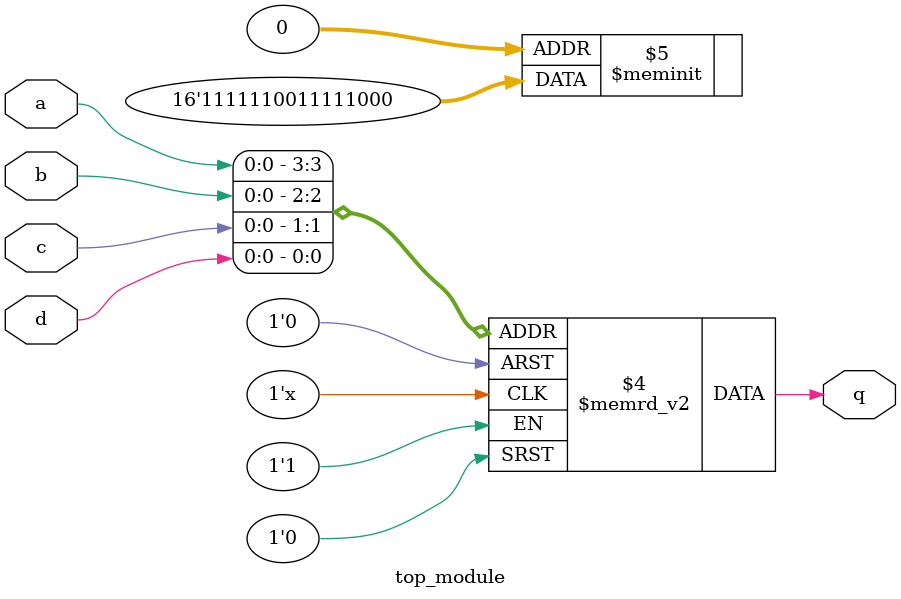
<source format=sv>
module top_module (
    input a, 
    input b, 
    input c, 
    input d,
    output reg q
);

always @(*) begin
    case ({a, b, c, d})
        4'b0000: q = 1'b0;
        4'b0001: q = 1'b0;
        4'b0010: q = 1'b0;
        4'b0011: q = 1'b1;
        4'b0100: q = 1'b1;
        4'b0101: q = 1'b1;
        4'b0110: q = 1'b1;
        4'b0111: q = 1'b1;
        4'b1000: q = 1'b0;
        4'b1001: q = 1'b0;
        4'b1010: q = 1'b1;
        4'b1011: q = 1'b1;
        4'b1100: q = 1'b1;
        4'b1101: q = 1'b1;
        4'b1110: q = 1'b1;
        4'b1111: q = 1'b1;
    endcase
end

endmodule

</source>
